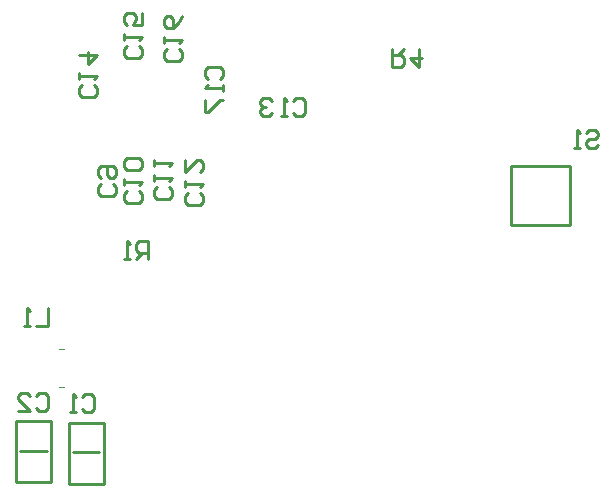
<source format=gbo>
G04*
G04 #@! TF.GenerationSoftware,Altium Limited,Altium Designer,19.1.5 (86)*
G04*
G04 Layer_Color=32896*
%FSLAX25Y25*%
%MOIN*%
G70*
G01*
G75*
%ADD15C,0.01000*%
%ADD59C,0.00394*%
D15*
X453657Y310343D02*
X473343D01*
X453657Y290657D02*
Y310343D01*
Y290657D02*
X473343D01*
Y310343D01*
X300327Y205043D02*
Y225398D01*
X288673D02*
X300327D01*
X288673Y205043D02*
Y225398D01*
Y205043D02*
X300327D01*
X290051Y215555D02*
X298870D01*
X317827Y204543D02*
Y224898D01*
X306173D02*
X317827D01*
X306173Y204543D02*
Y224898D01*
Y204543D02*
X317827D01*
X307551Y215055D02*
X316370D01*
X478501Y321498D02*
X479501Y322498D01*
X481500D01*
X482500Y321498D01*
Y320499D01*
X481500Y319499D01*
X479501D01*
X478501Y318499D01*
Y317500D01*
X479501Y316500D01*
X481500D01*
X482500Y317500D01*
X476502Y316500D02*
X474503D01*
X475502D01*
Y322498D01*
X476502Y321498D01*
X414000Y349500D02*
Y343502D01*
X416999D01*
X417999Y344502D01*
Y346501D01*
X416999Y347501D01*
X414000D01*
X415999D02*
X417999Y349500D01*
X422997D02*
Y343502D01*
X419998Y346501D01*
X423997D01*
X332500Y279500D02*
Y285498D01*
X329501D01*
X328501Y284498D01*
Y282499D01*
X329501Y281499D01*
X332500D01*
X330501D02*
X328501Y279500D01*
X326502D02*
X324503D01*
X325502D01*
Y285498D01*
X326502Y284498D01*
X299400Y262998D02*
Y257000D01*
X295401D01*
X293402D02*
X291403D01*
X292402D01*
Y262998D01*
X293402Y261998D01*
X352502Y339501D02*
X351502Y340501D01*
Y342500D01*
X352502Y343500D01*
X356500D01*
X357500Y342500D01*
Y340501D01*
X356500Y339501D01*
X357500Y337502D02*
Y335503D01*
Y336502D01*
X351502D01*
X352502Y337502D01*
X351502Y332504D02*
Y328505D01*
X352502D01*
X356500Y332504D01*
X357500D01*
X342998Y349499D02*
X343998Y348499D01*
Y346500D01*
X342998Y345500D01*
X339000D01*
X338000Y346500D01*
Y348499D01*
X339000Y349499D01*
X338000Y351498D02*
Y353497D01*
Y352498D01*
X343998D01*
X342998Y351498D01*
X343998Y360495D02*
X342998Y358496D01*
X340999Y356496D01*
X339000D01*
X338000Y357496D01*
Y359495D01*
X339000Y360495D01*
X339999D01*
X340999Y359495D01*
Y356496D01*
X329498Y350499D02*
X330498Y349499D01*
Y347500D01*
X329498Y346500D01*
X325500D01*
X324500Y347500D01*
Y349499D01*
X325500Y350499D01*
X324500Y352498D02*
Y354497D01*
Y353498D01*
X330498D01*
X329498Y352498D01*
X330498Y361495D02*
Y357496D01*
X327499D01*
X328499Y359496D01*
Y360495D01*
X327499Y361495D01*
X325500D01*
X324500Y360495D01*
Y358496D01*
X325500Y357496D01*
X314498Y337499D02*
X315498Y336499D01*
Y334500D01*
X314498Y333500D01*
X310500D01*
X309500Y334500D01*
Y336499D01*
X310500Y337499D01*
X309500Y339498D02*
Y341497D01*
Y340498D01*
X315498D01*
X314498Y339498D01*
X309500Y347496D02*
X315498D01*
X312499Y344496D01*
Y348495D01*
X380901Y332248D02*
X381901Y333248D01*
X383900D01*
X384900Y332248D01*
Y328249D01*
X383900Y327250D01*
X381901D01*
X380901Y328249D01*
X378902Y327250D02*
X376903D01*
X377902D01*
Y333248D01*
X378902Y332248D01*
X373904D02*
X372904Y333248D01*
X370904D01*
X369905Y332248D01*
Y331248D01*
X370904Y330249D01*
X371904D01*
X370904D01*
X369905Y329249D01*
Y328249D01*
X370904Y327250D01*
X372904D01*
X373904Y328249D01*
X349998Y301499D02*
X350998Y300499D01*
Y298500D01*
X349998Y297500D01*
X346000D01*
X345000Y298500D01*
Y300499D01*
X346000Y301499D01*
X345000Y303498D02*
Y305497D01*
Y304498D01*
X350998D01*
X349998Y303498D01*
X345000Y312495D02*
Y308496D01*
X348999Y312495D01*
X349998D01*
X350998Y311495D01*
Y309496D01*
X349998Y308496D01*
X339498Y303499D02*
X340498Y302499D01*
Y300500D01*
X339498Y299500D01*
X335500D01*
X334500Y300500D01*
Y302499D01*
X335500Y303499D01*
X334500Y305498D02*
Y307497D01*
Y306498D01*
X340498D01*
X339498Y305498D01*
X334500Y310496D02*
Y312496D01*
Y311496D01*
X340498D01*
X339498Y310496D01*
X329498Y301999D02*
X330498Y300999D01*
Y299000D01*
X329498Y298000D01*
X325500D01*
X324500Y299000D01*
Y300999D01*
X325500Y301999D01*
X324500Y303998D02*
Y305997D01*
Y304998D01*
X330498D01*
X329498Y303998D01*
Y308996D02*
X330498Y309996D01*
Y311996D01*
X329498Y312995D01*
X325500D01*
X324500Y311996D01*
Y309996D01*
X325500Y308996D01*
X329498D01*
X320998Y304499D02*
X321998Y303499D01*
Y301500D01*
X320998Y300500D01*
X317000D01*
X316000Y301500D01*
Y303499D01*
X317000Y304499D01*
Y306498D02*
X316000Y307498D01*
Y309497D01*
X317000Y310497D01*
X320998D01*
X321998Y309497D01*
Y307498D01*
X320998Y306498D01*
X319999D01*
X318999Y307498D01*
Y310497D01*
X295201Y233879D02*
X296201Y234878D01*
X298200D01*
X299200Y233879D01*
Y229880D01*
X298200Y228880D01*
X296201D01*
X295201Y229880D01*
X289203Y228880D02*
X293202D01*
X289203Y232879D01*
Y233879D01*
X290203Y234878D01*
X292202D01*
X293202Y233879D01*
X310701Y233379D02*
X311701Y234379D01*
X313700D01*
X314700Y233379D01*
Y229380D01*
X313700Y228380D01*
X311701D01*
X310701Y229380D01*
X308702Y228380D02*
X306703D01*
X307702D01*
Y234379D01*
X308702Y233379D01*
D59*
X303028Y249299D02*
X304602D01*
X303028Y236701D02*
X304602D01*
M02*

</source>
